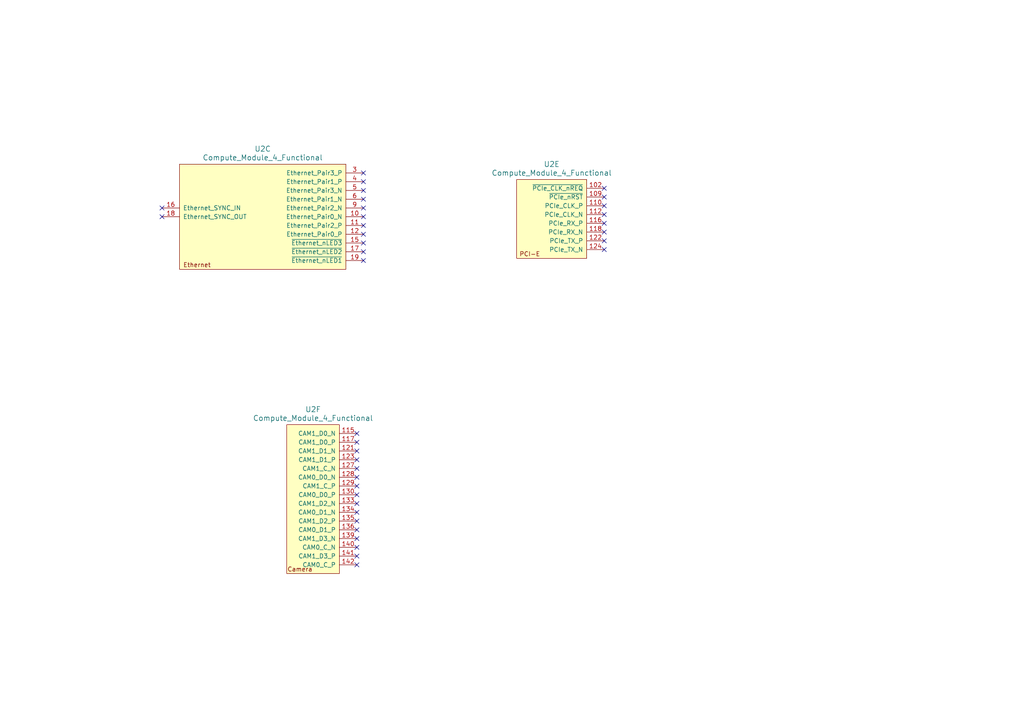
<source format=kicad_sch>
(kicad_sch (version 20230121) (generator eeschema)
  (paper "A4")
  (lib_symbols
    (symbol "Raspberry_Pi_Compute_Module_4:Compute_Module_4_Functional" (pin_names (offset 1.016))
      (property "Reference" "U" (at 5.08 5.08 0))
      (property "Value" "Compute_Module_4_Functional" (at 5.08 7.62 0))
      (symbol "Compute_Module_4_Functional_1_0"
        (text "Power" (at 21.59 -13.97 0) (effects (font (size 1.27 1.27))))
      )
      (symbol "Compute_Module_4_Functional_1_1"
        (rectangle (start 5.08 2.54) (end 38.1 -15.24) (fill (type background)))
        (pin power_in line (at 0 -13.97 0) (length 5.08) (name "GND[51]") (number "1"))
        (pin power_in line (at 0 -13.97 0) (length 5.08) (name "GND[51]") (number "107"))
        (pin power_in line (at 0 -13.97 0) (length 5.08) (name "GND[51]") (number "108"))
        (pin power_in line (at 0 -13.97 0) (length 5.08) (name "GND[51]") (number "113"))
        (pin power_in line (at 0 -13.97 0) (length 5.08) (name "GND[51]") (number "114"))
        (pin power_in line (at 0 -13.97 0) (length 5.08) (name "GND[51]") (number "119"))
        (pin power_in line (at 0 -13.97 0) (length 5.08) (name "GND[51]") (number "120"))
        (pin power_in line (at 0 -13.97 0) (length 5.08) (name "GND[51]") (number "125"))
        (pin power_in line (at 0 -13.97 0) (length 5.08) (name "GND[51]") (number "126"))
        (pin power_in line (at 0 -13.97 0) (length 5.08) (name "GND[51]") (number "13"))
        (pin power_in line (at 0 -13.97 0) (length 5.08) (name "GND[51]") (number "131"))
        (pin power_in line (at 0 -13.97 0) (length 5.08) (name "GND[51]") (number "132"))
        (pin power_in line (at 0 -13.97 0) (length 5.08) (name "GND[51]") (number "137"))
        (pin power_in line (at 0 -13.97 0) (length 5.08) (name "GND[51]") (number "138"))
        (pin power_in line (at 0 -13.97 0) (length 5.08) (name "GND[51]") (number "14"))
        (pin power_in line (at 0 -13.97 0) (length 5.08) (name "GND[51]") (number "144"))
        (pin power_in line (at 0 -13.97 0) (length 5.08) (name "GND[51]") (number "150"))
        (pin power_in line (at 0 -13.97 0) (length 5.08) (name "GND[51]") (number "155"))
        (pin power_in line (at 0 -13.97 0) (length 5.08) (name "GND[51]") (number "156"))
        (pin power_in line (at 0 -13.97 0) (length 5.08) (name "GND[51]") (number "161"))
        (pin power_in line (at 0 -13.97 0) (length 5.08) (name "GND[51]") (number "162"))
        (pin power_in line (at 0 -13.97 0) (length 5.08) (name "GND[51]") (number "167"))
        (pin power_in line (at 0 -13.97 0) (length 5.08) (name "GND[51]") (number "168"))
        (pin power_in line (at 0 -13.97 0) (length 5.08) (name "GND[51]") (number "173"))
        (pin power_in line (at 0 -13.97 0) (length 5.08) (name "GND[51]") (number "174"))
        (pin power_in line (at 0 -13.97 0) (length 5.08) (name "GND[51]") (number "179"))
        (pin power_in line (at 0 -13.97 0) (length 5.08) (name "GND[51]") (number "180"))
        (pin power_in line (at 0 -13.97 0) (length 5.08) (name "GND[51]") (number "185"))
        (pin power_in line (at 0 -13.97 0) (length 5.08) (name "GND[51]") (number "186"))
        (pin power_in line (at 0 -13.97 0) (length 5.08) (name "GND[51]") (number "191"))
        (pin power_in line (at 0 -13.97 0) (length 5.08) (name "GND[51]") (number "192"))
        (pin power_in line (at 0 -13.97 0) (length 5.08) (name "GND[51]") (number "197"))
        (pin power_in line (at 0 -13.97 0) (length 5.08) (name "GND[51]") (number "198"))
        (pin power_in line (at 0 -13.97 0) (length 5.08) (name "GND[51]") (number "2"))
        (pin power_in line (at 0 -13.97 0) (length 5.08) (name "GND[51]") (number "22"))
        (pin power_in line (at 0 -13.97 0) (length 5.08) (name "GND[51]") (number "23"))
        (pin power_in line (at 0 -13.97 0) (length 5.08) (name "GND[51]") (number "32"))
        (pin power_in line (at 0 -13.97 0) (length 5.08) (name "GND[51]") (number "33"))
        (pin power_in line (at 0 -13.97 0) (length 5.08) (name "GND[51]") (number "42"))
        (pin power_in line (at 0 -13.97 0) (length 5.08) (name "GND[51]") (number "43"))
        (pin power_in line (at 0 -13.97 0) (length 5.08) (name "GND[51]") (number "52"))
        (pin power_in line (at 0 -13.97 0) (length 5.08) (name "GND[51]") (number "53"))
        (pin power_in line (at 0 -13.97 0) (length 5.08) (name "GND[51]") (number "59"))
        (pin power_in line (at 0 -13.97 0) (length 5.08) (name "GND[51]") (number "60"))
        (pin power_in line (at 0 -13.97 0) (length 5.08) (name "GND[51]") (number "65"))
        (pin power_in line (at 0 -13.97 0) (length 5.08) (name "GND[51]") (number "66"))
        (pin power_in line (at 0 -13.97 0) (length 5.08) (name "GND[51]") (number "7"))
        (pin power_in line (at 0 -13.97 0) (length 5.08) (name "GND[51]") (number "71"))
        (pin power_in line (at 0 -13.97 0) (length 5.08) (name "GND[51]") (number "74"))
        (pin power_in line (at 0 1.27 0) (length 5.08) (name "+5V") (number "77"))
        (pin power_in line (at 0 -1.27 0) (length 5.08) (name "+5V") (number "79"))
        (pin power_in line (at 0 -13.97 0) (length 5.08) (name "GND[51]") (number "8"))
        (pin power_in line (at 0 -3.81 0) (length 5.08) (name "+5V") (number "81"))
        (pin power_in line (at 0 -6.35 0) (length 5.08) (name "+5V") (number "83"))
        (pin power_out line (at 43.18 -2.54 180) (length 5.08) (name "CM4_3.3V_Out_1") (number "84"))
        (pin power_in line (at 0 -8.89 0) (length 5.08) (name "+5V") (number "85"))
        (pin power_out line (at 43.18 -5.08 180) (length 5.08) (name "CM4_3.3V_Out_2") (number "86"))
        (pin power_in line (at 0 -11.43 0) (length 5.08) (name "+5V") (number "87"))
        (pin power_out line (at 43.18 -7.62 180) (length 5.08) (name "CM4_1.8V_Out_1") (number "88"))
        (pin power_out line (at 43.18 -10.16 180) (length 5.08) (name "CM4_1.8V_Out_2") (number "90"))
        (pin power_in line (at 0 -13.97 0) (length 5.08) (name "GND[51]") (number "98"))
      )
      (symbol "Compute_Module_4_Functional_2_0"
        (text "GPIO" (at 7.62 -69.85 0) (effects (font (size 1.27 1.27))))
      )
      (symbol "Compute_Module_4_Functional_2_1"
        (rectangle (start 5.08 2.54) (end 30.48 -71.12) (fill (type background)))
        (pin passive line (at 35.56 0 180) (length 5.08) (name "GPIO26") (number "24"))
        (pin passive line (at 35.56 -2.54 180) (length 5.08) (name "GPIO21") (number "25"))
        (pin passive line (at 35.56 -5.08 180) (length 5.08) (name "GPIO19") (number "26"))
        (pin passive line (at 35.56 -7.62 180) (length 5.08) (name "GPIO20") (number "27"))
        (pin passive line (at 35.56 -10.16 180) (length 5.08) (name "GPIO13") (number "28"))
        (pin passive line (at 35.56 -12.7 180) (length 5.08) (name "GPIO16") (number "29"))
        (pin passive line (at 35.56 -15.24 180) (length 5.08) (name "GPIO6") (number "30"))
        (pin passive line (at 35.56 -17.78 180) (length 5.08) (name "GPIO12") (number "31"))
        (pin passive line (at 35.56 -20.32 180) (length 5.08) (name "GPIO5") (number "34"))
        (pin passive line (at 35.56 -22.86 180) (length 5.08) (name "ID_SC") (number "35"))
        (pin passive line (at 35.56 -25.4 180) (length 5.08) (name "ID_SD") (number "36"))
        (pin passive line (at 35.56 -27.94 180) (length 5.08) (name "GPIO7") (number "37"))
        (pin passive line (at 35.56 -30.48 180) (length 5.08) (name "GPIO11") (number "38"))
        (pin passive line (at 35.56 -33.02 180) (length 5.08) (name "GPIO8") (number "39"))
        (pin passive line (at 35.56 -35.56 180) (length 5.08) (name "GPIO9") (number "40"))
        (pin passive line (at 35.56 -38.1 180) (length 5.08) (name "GPIO25") (number "41"))
        (pin passive line (at 35.56 -40.64 180) (length 5.08) (name "GPIO10") (number "44"))
        (pin passive line (at 35.56 -43.18 180) (length 5.08) (name "GPIO24") (number "45"))
        (pin passive line (at 35.56 -45.72 180) (length 5.08) (name "GPIO22") (number "46"))
        (pin passive line (at 35.56 -48.26 180) (length 5.08) (name "GPIO23") (number "47"))
        (pin passive line (at 35.56 -50.8 180) (length 5.08) (name "GPIO27") (number "48"))
        (pin passive line (at 35.56 -53.34 180) (length 5.08) (name "GPIO18") (number "49"))
        (pin passive line (at 35.56 -55.88 180) (length 5.08) (name "GPIO17") (number "50"))
        (pin passive line (at 35.56 -58.42 180) (length 5.08) (name "GPIO15") (number "51"))
        (pin passive line (at 35.56 -60.96 180) (length 5.08) (name "GPIO4") (number "54"))
        (pin passive line (at 35.56 -63.5 180) (length 5.08) (name "GPIO14") (number "55"))
        (pin passive line (at 35.56 -66.04 180) (length 5.08) (name "GPIO3") (number "56"))
        (pin passive line (at 35.56 -68.58 180) (length 5.08) (name "GPIO2") (number "58"))
        (pin power_in line (at 0 -33.02 0) (length 5.08) (name "GPIO_VREF") (number "78"))
      )
      (symbol "Compute_Module_4_Functional_3_0"
        (text "Ethernet" (at 10.16 -26.67 0) (effects (font (size 1.27 1.27))))
      )
      (symbol "Compute_Module_4_Functional_3_1"
        (rectangle (start 5.08 2.54) (end 53.34 -27.94) (fill (type background)))
        (pin passive line (at 58.42 -12.7 180) (length 5.08) (name "Ethernet_Pair0_N") (number "10"))
        (pin passive line (at 58.42 -15.24 180) (length 5.08) (name "Ethernet_Pair2_P") (number "11"))
        (pin passive line (at 58.42 -17.78 180) (length 5.08) (name "Ethernet_Pair0_P") (number "12"))
        (pin output line (at 58.42 -20.32 180) (length 5.08) (name "~{Ethernet_nLED3}") (number "15"))
        (pin input line (at 0 -10.16 0) (length 5.08) (name "Ethernet_SYNC_IN") (number "16"))
        (pin output line (at 58.42 -22.86 180) (length 5.08) (name "~{Ethernet_nLED2}") (number "17"))
        (pin input line (at 0 -12.7 0) (length 5.08) (name "Ethernet_SYNC_OUT") (number "18"))
        (pin output line (at 58.42 -25.4 180) (length 5.08) (name "~{Ethernet_nLED1}") (number "19"))
        (pin passive line (at 58.42 0 180) (length 5.08) (name "Ethernet_Pair3_P") (number "3"))
        (pin passive line (at 58.42 -2.54 180) (length 5.08) (name "Ethernet_Pair1_P") (number "4"))
        (pin passive line (at 58.42 -5.08 180) (length 5.08) (name "Ethernet_Pair3_N") (number "5"))
        (pin passive line (at 58.42 -7.62 180) (length 5.08) (name "Ethernet_Pair1_N") (number "6"))
        (pin passive line (at 58.42 -10.16 180) (length 5.08) (name "Ethernet_Pair2_N") (number "9"))
      )
      (symbol "Compute_Module_4_Functional_4_0"
        (text "USB" (at 7.62 -6.35 0) (effects (font (size 1.27 1.27))))
      )
      (symbol "Compute_Module_4_Functional_4_1"
        (rectangle (start 5.08 2.54) (end 20.32 -7.62) (fill (type background)))
        (pin input line (at 25.4 0 180) (length 5.08) (name "USB_OTG_ID") (number "101"))
        (pin passive line (at 25.4 -2.54 180) (length 5.08) (name "USB_N") (number "103"))
        (pin passive line (at 25.4 -5.08 180) (length 5.08) (name "USB_P") (number "105"))
      )
      (symbol "Compute_Module_4_Functional_5_0"
        (text "PCI-E" (at 8.89 -19.05 0) (effects (font (size 1.27 1.27))))
      )
      (symbol "Compute_Module_4_Functional_5_1"
        (rectangle (start 5.08 2.54) (end 25.4 -20.32) (fill (type background)))
        (pin input line (at 30.48 0 180) (length 5.08) (name "~{PCIe_CLK_nREQ}") (number "102"))
        (pin output line (at 30.48 -2.54 180) (length 5.08) (name "~{PCIe_nRST}") (number "109"))
        (pin output line (at 30.48 -5.08 180) (length 5.08) (name "PCIe_CLK_P") (number "110"))
        (pin output line (at 30.48 -7.62 180) (length 5.08) (name "PCIe_CLK_N") (number "112"))
        (pin input line (at 30.48 -10.16 180) (length 5.08) (name "PCIe_RX_P") (number "116"))
        (pin input line (at 30.48 -12.7 180) (length 5.08) (name "PCIe_RX_N") (number "118"))
        (pin output line (at 30.48 -15.24 180) (length 5.08) (name "PCIe_TX_P") (number "122"))
        (pin output line (at 30.48 -17.78 180) (length 5.08) (name "PCIe_TX_N") (number "124"))
      )
      (symbol "Compute_Module_4_Functional_6_0"
        (text "Camera" (at 8.89 -39.37 0) (effects (font (size 1.27 1.27))))
      )
      (symbol "Compute_Module_4_Functional_6_1"
        (rectangle (start 5.08 2.54) (end 20.32 -40.64) (fill (type background)))
        (pin input line (at 25.4 0 180) (length 5.08) (name "CAM1_D0_N") (number "115"))
        (pin input line (at 25.4 -2.54 180) (length 5.08) (name "CAM1_D0_P") (number "117"))
        (pin input line (at 25.4 -5.08 180) (length 5.08) (name "CAM1_D1_N") (number "121"))
        (pin input line (at 25.4 -7.62 180) (length 5.08) (name "CAM1_D1_P") (number "123"))
        (pin input line (at 25.4 -10.16 180) (length 5.08) (name "CAM1_C_N") (number "127"))
        (pin input line (at 25.4 -12.7 180) (length 5.08) (name "CAM0_D0_N") (number "128"))
        (pin input line (at 25.4 -15.24 180) (length 5.08) (name "CAM1_C_P") (number "129"))
        (pin input line (at 25.4 -17.78 180) (length 5.08) (name "CAM0_D0_P") (number "130"))
        (pin input line (at 25.4 -20.32 180) (length 5.08) (name "CAM1_D2_N") (number "133"))
        (pin input line (at 25.4 -22.86 180) (length 5.08) (name "CAM0_D1_N") (number "134"))
        (pin input line (at 25.4 -25.4 180) (length 5.08) (name "CAM1_D2_P") (number "135"))
        (pin input line (at 25.4 -27.94 180) (length 5.08) (name "CAM0_D1_P") (number "136"))
        (pin input line (at 25.4 -30.48 180) (length 5.08) (name "CAM1_D3_N") (number "139"))
        (pin input line (at 25.4 -33.02 180) (length 5.08) (name "CAM0_C_N") (number "140"))
        (pin input line (at 25.4 -35.56 180) (length 5.08) (name "CAM1_D3_P") (number "141"))
        (pin input line (at 25.4 -38.1 180) (length 5.08) (name "CAM0_C_P") (number "142"))
      )
      (symbol "Compute_Module_4_Functional_7_0"
        (text "HDMI" (at 7.62 -39.37 0) (effects (font (size 1.27 1.27))))
      )
      (symbol "Compute_Module_4_Functional_7_1"
        (rectangle (start 5.08 2.54) (end 43.18 -40.64) (fill (type background)))
        (pin input line (at 0 -10.16 0) (length 5.08) (name "HDMI1_HOTPLUG") (number "143"))
        (pin bidirectional line (at 0 -12.7 0) (length 5.08) (name "HDMI1_SDA") (number "145"))
        (pin output line (at 48.26 0 180) (length 5.08) (name "HDMI1_TX2_P") (number "146"))
        (pin open_collector line (at 0 -15.24 0) (length 5.08) (name "HDMI1_SCL") (number "147"))
        (pin output line (at 48.26 -2.54 180) (length 5.08) (name "HDMI1_TX2_N") (number "148"))
        (pin open_collector line (at 0 -17.78 0) (length 5.08) (name "HDMI1_CEC") (number "149"))
        (pin open_collector line (at 0 -20.32 0) (length 5.08) (name "HDMI0_CEC") (number "151"))
        (pin output line (at 48.26 -5.08 180) (length 5.08) (name "HDMI1_TX1_P") (number "152"))
        (pin input line (at 0 -22.86 0) (length 5.08) (name "HDMI0_HOTPLUG") (number "153"))
        (pin output line (at 48.26 -7.62 180) (length 5.08) (name "HDMI1_TX1_N") (number "154"))
        (pin output line (at 48.26 -10.16 180) (length 5.08) (name "HDMI1_TX0_P") (number "158"))
        (pin output line (at 48.26 -12.7 180) (length 5.08) (name "HDMI1_TX0_N") (number "160"))
        (pin output line (at 48.26 -15.24 180) (length 5.08) (name "HDMI1_CLK_P") (number "164"))
        (pin output line (at 48.26 -17.78 180) (length 5.08) (name "HDMI1_CLK_N") (number "166"))
        (pin output line (at 48.26 -20.32 180) (length 5.08) (name "HDMI0_TX2_P") (number "170"))
        (pin output line (at 48.26 -22.86 180) (length 5.08) (name "HDMI0_TX2_N") (number "172"))
        (pin output line (at 48.26 -25.4 180) (length 5.08) (name "HDMI0_TX1_P") (number "176"))
        (pin output line (at 48.26 -27.94 180) (length 5.08) (name "HDMI0_TX1_N") (number "178"))
        (pin output line (at 48.26 -30.48 180) (length 5.08) (name "HDMI0_TX0_P") (number "182"))
        (pin output line (at 48.26 -33.02 180) (length 5.08) (name "HDMI0_TX0_N") (number "184"))
        (pin output line (at 48.26 -35.56 180) (length 5.08) (name "HDMI0_CLK_P") (number "188"))
        (pin output line (at 48.26 -38.1 180) (length 5.08) (name "HDMI0_CLK_N") (number "190"))
        (pin bidirectional line (at 0 -25.4 0) (length 5.08) (name "HDMI0_SDA") (number "199"))
        (pin open_collector line (at 0 -27.94 0) (length 5.08) (name "HDMI0_SCL") (number "200"))
      )
      (symbol "Compute_Module_4_Functional_8_0"
        (text "Display" (at 8.89 -39.37 0) (effects (font (size 1.27 1.27))))
      )
      (symbol "Compute_Module_4_Functional_8_1"
        (rectangle (start 5.08 2.54) (end 20.32 -40.64) (fill (type background)))
        (pin output line (at 25.4 0 180) (length 5.08) (name "DSI0_D0_N") (number "157"))
        (pin output line (at 25.4 -2.54 180) (length 5.08) (name "DSI0_D0_P") (number "159"))
        (pin output line (at 25.4 -5.08 180) (length 5.08) (name "DSI0_D1_N") (number "163"))
        (pin output line (at 25.4 -7.62 180) (length 5.08) (name "DSI0_D1_P") (number "165"))
        (pin output line (at 25.4 -10.16 180) (length 5.08) (name "DSI0_C_N") (number "169"))
        (pin output line (at 25.4 -12.7 180) (length 5.08) (name "DSI0_C_P") (number "171"))
        (pin output line (at 25.4 -15.24 180) (length 5.08) (name "DSI1_D0_N") (number "175"))
        (pin output line (at 25.4 -17.78 180) (length 5.08) (name "DSI1_D0_P") (number "177"))
        (pin output line (at 25.4 -20.32 180) (length 5.08) (name "DSI1_D1_N") (number "181"))
        (pin output line (at 25.4 -22.86 180) (length 5.08) (name "DSI1_D1_P") (number "183"))
        (pin output line (at 25.4 -25.4 180) (length 5.08) (name "DSI1_C_N") (number "187"))
        (pin output line (at 25.4 -27.94 180) (length 5.08) (name "DSI1_C_P") (number "189"))
        (pin output line (at 25.4 -30.48 180) (length 5.08) (name "DSI1_D2_N") (number "193"))
        (pin output line (at 25.4 -33.02 180) (length 5.08) (name "DSI1_D3_N") (number "194"))
        (pin output line (at 25.4 -35.56 180) (length 5.08) (name "DSI1_D2_P") (number "195"))
        (pin output line (at 25.4 -38.1 180) (length 5.08) (name "DSI1_D3_P") (number "196"))
      )
      (symbol "Compute_Module_4_Functional_9_0"
        (text "SD Card" (at 10.16 -26.67 0) (effects (font (size 1.27 1.27))))
      )
      (symbol "Compute_Module_4_Functional_9_1"
        (rectangle (start 5.08 2.54) (end 43.18 -27.94) (fill (type background)))
        (pin passive line (at 48.26 0 180) (length 5.08) (name "SD_CLK") (number "57"))
        (pin passive line (at 48.26 -2.54 180) (length 5.08) (name "SD_DAT3") (number "61"))
        (pin passive line (at 48.26 -5.08 180) (length 5.08) (name "SD_CMD") (number "62"))
        (pin passive line (at 48.26 -7.62 180) (length 5.08) (name "SD_DAT0") (number "63"))
        (pin passive line (at 48.26 -10.16 180) (length 5.08) (name "SD_DAT5") (number "64"))
        (pin passive line (at 48.26 -12.7 180) (length 5.08) (name "SD_DAT1") (number "67"))
        (pin passive line (at 48.26 -15.24 180) (length 5.08) (name "SD_DAT4") (number "68"))
        (pin passive line (at 48.26 -17.78 180) (length 5.08) (name "SD_DAT2") (number "69"))
        (pin passive line (at 48.26 -20.32 180) (length 5.08) (name "SD_DAT7") (number "70"))
        (pin passive line (at 48.26 -22.86 180) (length 5.08) (name "SD_DAT6") (number "72"))
        (pin input line (at 0 -12.7 0) (length 5.08) (name "SD_VDD_Override") (number "73"))
        (pin output line (at 48.26 -25.4 180) (length 5.08) (name "SD_PWR_ON") (number "75"))
      )
      (symbol "Compute_Module_4_Functional_10_0"
        (text "Miscellaneous" (at 12.7 -39.37 0) (effects (font (size 1.27 1.27))))
      )
      (symbol "Compute_Module_4_Functional_10_1"
        (rectangle (start 5.08 2.54) (end 43.18 -40.64) (fill (type background)))
        (pin output line (at 48.26 -15.24 180) (length 5.08) (name "~{nEXTRST}") (number "100"))
        (pin no_connect line (at 0 -33.02 0) (length 5.08) (name "Reserved") (number "104"))
        (pin no_connect line (at 0 -35.56 0) (length 5.08) (name "Reserved") (number "106"))
        (pin output line (at 48.26 -38.1 180) (length 5.08) (name "VDAC_COMP") (number "111"))
        (pin input line (at 0 -10.16 0) (length 5.08) (name "EEPROM_nWP") (number "20"))
        (pin open_collector line (at 48.26 -2.54 180) (length 5.08) (name "~{Pi_nLED_Activity}") (number "21"))
        (pin no_connect line (at 0 -30.48 0) (length 5.08) (name "Reserved") (number "76"))
        (pin bidirectional line (at 48.26 -31.75 180) (length 5.08) (name "I2C_SCL0") (number "80"))
        (pin bidirectional line (at 48.26 -34.29 180) (length 5.08) (name "I2C_SDA0") (number "82"))
        (pin input line (at 0 0 0) (length 5.08) (name "~{WL_nDisable}") (number "89"))
        (pin input line (at 0 -2.54 0) (length 5.08) (name "~{BT_nDisable}") (number "91"))
        (pin passive line (at 48.26 -11.43 180) (length 5.08) (name "RUN_PG") (number "92"))
        (pin input line (at 0 -15.24 0) (length 5.08) (name "~{nRPIBOOT}") (number "93"))
        (pin passive line (at 0 -22.86 0) (length 5.08) (name "AnalogIP1") (number "94"))
        (pin output line (at 48.26 -6.35 180) (length 5.08) (name "~{PI_LED_nPWR}") (number "95"))
        (pin passive line (at 0 -25.4 0) (length 5.08) (name "AnalogIP0") (number "96"))
        (pin input line (at 0 -5.08 0) (length 5.08) (name "Camera_GPIO") (number "97"))
        (pin input line (at 0 -17.78 0) (length 5.08) (name "GLOBAL_EN") (number "99"))
      )
    )
  )
  (no_connect (at 175.26 54.61))
  (no_connect (at 103.505 153.67))
  (no_connect (at 103.505 146.05))
  (no_connect (at 105.41 60.325))
  (no_connect (at 103.505 158.75))
  (no_connect (at 103.505 148.59))
  (no_connect (at 103.505 130.81))
  (no_connect (at 105.41 70.485))
  (no_connect (at 46.99 60.325))
  (no_connect (at 103.505 135.89))
  (no_connect (at 105.41 52.705))
  (no_connect (at 105.41 75.565))
  (no_connect (at 103.505 151.13))
  (no_connect (at 175.26 57.15))
  (no_connect (at 175.26 59.69))
  (no_connect (at 103.505 156.21))
  (no_connect (at 175.26 67.31))
  (no_connect (at 103.505 163.83))
  (no_connect (at 103.505 133.35))
  (no_connect (at 105.41 62.865))
  (no_connect (at 175.26 62.23))
  (no_connect (at 103.505 125.73))
  (no_connect (at 103.505 143.51))
  (no_connect (at 46.99 62.865))
  (no_connect (at 105.41 55.245))
  (no_connect (at 175.26 72.39))
  (no_connect (at 105.41 57.785))
  (no_connect (at 105.41 67.945))
  (no_connect (at 103.505 128.27))
  (no_connect (at 175.26 69.85))
  (no_connect (at 175.26 64.77))
  (no_connect (at 103.505 140.97))
  (no_connect (at 105.41 73.025))
  (no_connect (at 105.41 50.165))
  (no_connect (at 103.505 161.29))
  (no_connect (at 105.41 65.405))
  (no_connect (at 103.505 138.43))
  (symbol (lib_id "Raspberry_Pi_Compute_Module_4:Compute_Module_4_Functional") (at 144.78 54.61 0) (unit 5)
    (property "Reference" "U2" (at 160.02 47.625 0) (effects (font (size 1.524 1.524))))
    (property "Value" "Compute_Module_4_Functional" (at 160.02 50.165 0) (effects (font (size 1.524 1.524))))
    (property "Footprint" "RPi_Compute_Module_4:Raspberry-Pi-4-Compute-Module" (effects hide))
    (instances (project "CM4Emulator" (path "" (reference "U2") (unit 5)) (path "" (reference "U1") (unit 5))))
  )
  (symbol (lib_id "Raspberry_Pi_Compute_Module_4:Compute_Module_4_Functional") (at 46.99 50.165 0) (unit 3)
    (property "Reference" "U2" (at 76.2 43.18 0) (effects (font (size 1.524 1.524))))
    (property "Value" "Compute_Module_4_Functional" (at 76.2 45.72 0) (effects (font (size 1.524 1.524))))
    (property "Footprint" "RPi_Compute_Module_4:Raspberry-Pi-4-Compute-Module" (effects hide))
    (instances (project "CM4Emulator" (path "" (reference "U2") (unit 3)) (path "" (reference "U1") (unit 3))))
  )
  (symbol (lib_id "Raspberry_Pi_Compute_Module_4:Compute_Module_4_Functional") (at 78.105 125.73 0) (unit 6)
    (property "Reference" "U2" (at 90.805 118.745 0) (effects (font (size 1.524 1.524))))
    (property "Value" "Compute_Module_4_Functional" (at 90.805 121.285 0) (effects (font (size 1.524 1.524))))
    (property "Footprint" "RPi_Compute_Module_4:Raspberry-Pi-4-Compute-Module" (effects hide))
    (instances (project "CM4Emulator" (path "" (reference "U2") (unit 6)) (path "" (reference "U1") (unit 6))))
  )
)
</source>
